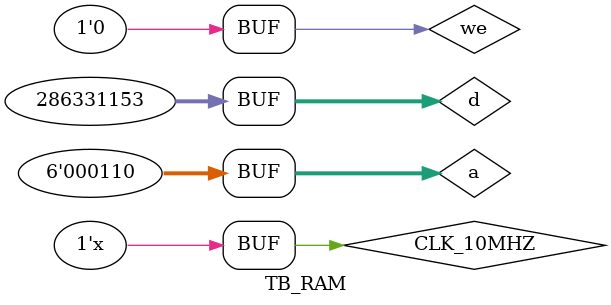
<source format=sv>
`timescale 1ns / 1ps

module TB_RAM();
    parameter PERIOD = 50;
    
    logic [5:0] a;
    logic [31:0] d;
    logic CLK_10MHZ;
    logic we;
    logic [31:0] spo;
    
    
    always #PERIOD CLK_10MHZ=~CLK_10MHZ;


    
    dist_mem_gen_0 your_instance_name 
    (
        .a       (a),      // input wire [5 : 0] a
        .d       (d),      // input wire [31 : 0] d
        .clk     (CLK_10MHZ),  // input wire clk
        .we      (we),    // input wire we
        .spo     (spo)  // output wire [31 : 0] spo
    );
   
    initial begin
    CLK_10MHZ = 1'b1;
    we = 1'b1;
    a = 6'b000000;
    d = 32'hAAAAAAAA;
    #(PERIOD*2);
    
    a = a + 1'b1;
    d = 32'hBBBBBBBB;
    #(PERIOD*2);
    
    a = a + 1'b1;
    d = 32'hCCCCCCCC;
    #(PERIOD*2);
    
    a = a + 1'b1;
    d = 32'hDDDDDDDD;
    #(PERIOD*2);
    
    a = a + 1'b1;
    d = 32'hEEEEEEEE;
    #(PERIOD*2);
    
    a = a + 1'b1;
    d = 32'hFFFFFFFF;
    #(PERIOD*2);
    
    a = a + 1'b1;
    d = 32'h11111111;
    #(PERIOD*2);
    
    we = 1'b0;
    a = 6'b000000;
//    d = 32'hAAAAAAAA;
    #(PERIOD*2);
    
    a = a + 1'b1;
//    d = 32'hBBBBBBBB;
    #(PERIOD*2);
    
    a = a + 1'b1;
//    d = 32'hCCCCCCCC;
    #(PERIOD*2);
    
    a = a + 1'b1;
//    d = 32'hDDDDDDDD;
    #(PERIOD*2);
    
    a = a + 1'b1;
//    d = 32'hEEEEEEEE;
    #(PERIOD*2);
    
    a = a + 1'b1;
//    d = 32'hFFFFFFFF;
    #(PERIOD*2);
    
    a = a + 1'b1;
//    d = 32'h11111111;
    #(PERIOD*2);
    
   
    end
    
endmodule

</source>
